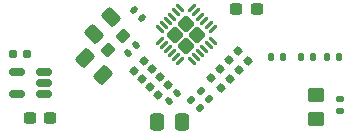
<source format=gbr>
%TF.GenerationSoftware,KiCad,Pcbnew,8.0.1*%
%TF.CreationDate,2024-04-07T09:18:40-04:00*%
%TF.ProjectId,tac5212_audio_board_single_ended,74616335-3231-4325-9f61-7564696f5f62,rev?*%
%TF.SameCoordinates,Original*%
%TF.FileFunction,Paste,Top*%
%TF.FilePolarity,Positive*%
%FSLAX46Y46*%
G04 Gerber Fmt 4.6, Leading zero omitted, Abs format (unit mm)*
G04 Created by KiCad (PCBNEW 8.0.1) date 2024-04-07 09:18:40*
%MOMM*%
%LPD*%
G01*
G04 APERTURE LIST*
G04 Aperture macros list*
%AMRoundRect*
0 Rectangle with rounded corners*
0 $1 Rounding radius*
0 $2 $3 $4 $5 $6 $7 $8 $9 X,Y pos of 4 corners*
0 Add a 4 corners polygon primitive as box body*
4,1,4,$2,$3,$4,$5,$6,$7,$8,$9,$2,$3,0*
0 Add four circle primitives for the rounded corners*
1,1,$1+$1,$2,$3*
1,1,$1+$1,$4,$5*
1,1,$1+$1,$6,$7*
1,1,$1+$1,$8,$9*
0 Add four rect primitives between the rounded corners*
20,1,$1+$1,$2,$3,$4,$5,0*
20,1,$1+$1,$4,$5,$6,$7,0*
20,1,$1+$1,$6,$7,$8,$9,0*
20,1,$1+$1,$8,$9,$2,$3,0*%
G04 Aperture macros list end*
%ADD10RoundRect,0.135000X-0.185000X0.135000X-0.185000X-0.135000X0.185000X-0.135000X0.185000X0.135000X0*%
%ADD11RoundRect,0.160000X-0.197500X-0.160000X0.197500X-0.160000X0.197500X0.160000X-0.197500X0.160000X0*%
%ADD12RoundRect,0.250000X-0.450000X0.350000X-0.450000X-0.350000X0.450000X-0.350000X0.450000X0.350000X0*%
%ADD13RoundRect,0.237500X-0.044194X-0.380070X0.380070X0.044194X0.044194X0.380070X-0.380070X-0.044194X0*%
%ADD14RoundRect,0.250000X-0.097227X0.574524X-0.574524X0.097227X0.097227X-0.574524X0.574524X-0.097227X0*%
%ADD15RoundRect,0.250000X0.337500X0.475000X-0.337500X0.475000X-0.337500X-0.475000X0.337500X-0.475000X0*%
%ADD16RoundRect,0.250000X0.574524X0.097227X0.097227X0.574524X-0.574524X-0.097227X-0.097227X-0.574524X0*%
%ADD17RoundRect,0.237500X-0.300000X-0.237500X0.300000X-0.237500X0.300000X0.237500X-0.300000X0.237500X0*%
%ADD18RoundRect,0.160000X0.252791X-0.026517X-0.026517X0.252791X-0.252791X0.026517X0.026517X-0.252791X0*%
%ADD19RoundRect,0.135000X-0.226274X-0.035355X-0.035355X-0.226274X0.226274X0.035355X0.035355X0.226274X0*%
%ADD20RoundRect,0.160000X-0.026517X-0.252791X0.252791X0.026517X0.026517X0.252791X-0.252791X-0.026517X0*%
%ADD21RoundRect,0.140000X0.219203X0.021213X0.021213X0.219203X-0.219203X-0.021213X-0.021213X-0.219203X0*%
%ADD22RoundRect,0.150000X0.512500X0.150000X-0.512500X0.150000X-0.512500X-0.150000X0.512500X-0.150000X0*%
%ADD23RoundRect,0.140000X-0.021213X0.219203X-0.219203X0.021213X0.021213X-0.219203X0.219203X-0.021213X0*%
%ADD24RoundRect,0.135000X-0.135000X-0.185000X0.135000X-0.185000X0.135000X0.185000X-0.135000X0.185000X0*%
%ADD25RoundRect,0.135000X0.135000X0.185000X-0.135000X0.185000X-0.135000X-0.185000X0.135000X-0.185000X0*%
%ADD26RoundRect,0.250000X0.000000X-0.445477X0.445477X0.000000X0.000000X0.445477X-0.445477X0.000000X0*%
%ADD27RoundRect,0.062500X-0.220971X-0.309359X0.309359X0.220971X0.220971X0.309359X-0.309359X-0.220971X0*%
%ADD28RoundRect,0.062500X0.220971X-0.309359X0.309359X-0.220971X-0.220971X0.309359X-0.309359X0.220971X0*%
%ADD29RoundRect,0.135000X0.226274X0.035355X0.035355X0.226274X-0.226274X-0.035355X-0.035355X-0.226274X0*%
G04 APERTURE END LIST*
D10*
%TO.C,R5*%
X122200000Y-116390000D03*
X122200000Y-117410000D03*
%TD*%
D11*
%TO.C,R1*%
X94502500Y-112600000D03*
X95697500Y-112600000D03*
%TD*%
D12*
%TO.C,D7*%
X120200000Y-116100000D03*
X120200000Y-118100000D03*
%TD*%
D13*
%TO.C,C17*%
X102590120Y-112309880D03*
X103809880Y-111090120D03*
%TD*%
D14*
%TO.C,C13*%
X102833623Y-109466377D03*
X101366377Y-110933623D03*
%TD*%
D15*
%TO.C,C12*%
X108818261Y-118400000D03*
X106743261Y-118400000D03*
%TD*%
D16*
%TO.C,C10*%
X102133623Y-114433623D03*
X100666377Y-112966377D03*
%TD*%
D17*
%TO.C,C1*%
X95937500Y-118000000D03*
X97662500Y-118000000D03*
%TD*%
D18*
%TO.C,R102*%
X112937059Y-114705168D03*
X112092067Y-113860176D03*
%TD*%
D19*
%TO.C,R109*%
X109617194Y-116508362D03*
X110338442Y-117229610D03*
%TD*%
D18*
%TO.C,R101*%
X113677789Y-113964439D03*
X112832797Y-113119447D03*
%TD*%
%TO.C,R103*%
X112157509Y-115484718D03*
X111312517Y-114639726D03*
%TD*%
D20*
%TO.C,R104*%
X105445334Y-114708704D03*
X106290326Y-113863712D03*
%TD*%
D21*
%TO.C,C15*%
X105478822Y-109578822D03*
X104800000Y-108900000D03*
%TD*%
D22*
%TO.C,U1*%
X97137500Y-116050000D03*
X97137500Y-115100000D03*
X97137500Y-114150000D03*
X94862500Y-114150000D03*
X94862500Y-116050000D03*
%TD*%
D20*
%TO.C,R106*%
X106788837Y-116052207D03*
X107633829Y-115207215D03*
%TD*%
D17*
%TO.C,C2*%
X113437500Y-108800000D03*
X115162500Y-108800000D03*
%TD*%
D23*
%TO.C,C11*%
X104937914Y-111892722D03*
X104259092Y-112571544D03*
%TD*%
%TO.C,C14*%
X108425718Y-115946212D03*
X107746896Y-116625034D03*
%TD*%
D18*
%TO.C,R100*%
X114420251Y-113221977D03*
X113575259Y-112376985D03*
%TD*%
D24*
%TO.C,R41*%
X121090000Y-112900000D03*
X122110000Y-112900000D03*
%TD*%
D25*
%TO.C,R40*%
X117410000Y-112900000D03*
X116390000Y-112900000D03*
%TD*%
D20*
%TO.C,R107*%
X104773583Y-114036952D03*
X105618575Y-113191960D03*
%TD*%
%TO.C,R105*%
X106117086Y-115380455D03*
X106962078Y-114535463D03*
%TD*%
D26*
%TO.C,J1002*%
X108280761Y-111000000D03*
X109200000Y-111919239D03*
X109200000Y-110080761D03*
X110119239Y-111000000D03*
D27*
X106946097Y-111486136D03*
X107299651Y-111839689D03*
X107653204Y-112193243D03*
X108006757Y-112546796D03*
X108360311Y-112900349D03*
X108713864Y-113253903D03*
D28*
X109686136Y-113253903D03*
X110039689Y-112900349D03*
X110393243Y-112546796D03*
X110746796Y-112193243D03*
X111100349Y-111839689D03*
X111453903Y-111486136D03*
D27*
X111453903Y-110513864D03*
X111100349Y-110160311D03*
X110746796Y-109806757D03*
X110393243Y-109453204D03*
X110039689Y-109099651D03*
X109686136Y-108746097D03*
D28*
X108713864Y-108746097D03*
X108360311Y-109099651D03*
X108006757Y-109453204D03*
X107653204Y-109806757D03*
X107299651Y-110160311D03*
X106946097Y-110513864D03*
%TD*%
D25*
%TO.C,R42*%
X119910000Y-112900000D03*
X118890000Y-112900000D03*
%TD*%
D29*
%TO.C,R108*%
X111141385Y-116460624D03*
X110420137Y-115739376D03*
%TD*%
M02*

</source>
